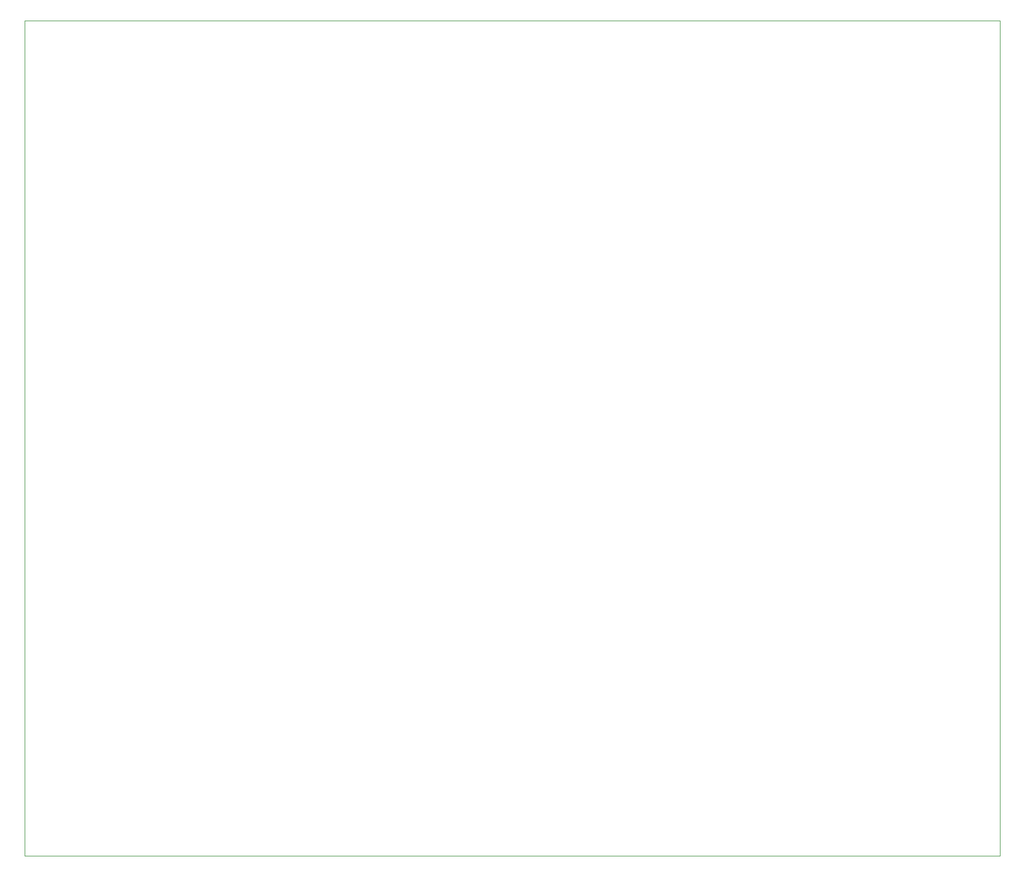
<source format=gbr>
%TF.GenerationSoftware,Altium Limited,Altium Designer,25.1.2 (22)*%
G04 Layer_Color=0*
%FSLAX26Y26*%
%MOIN*%
%TF.SameCoordinates,F7076460-2797-427A-AE81-16C54333DA03*%
%TF.FilePolarity,Positive*%
%TF.FileFunction,Profile,NP*%
%TF.Part,Single*%
G01*
G75*
%TA.AperFunction,Profile*%
%ADD70C,0.001000*%
D70*
X5000Y205000D02*
X5675000D01*
Y5065000D01*
X5000D01*
Y205000D01*
%TF.MD5,f5557f6a347d4358b641eea4fb3c218e*%
M02*

</source>
